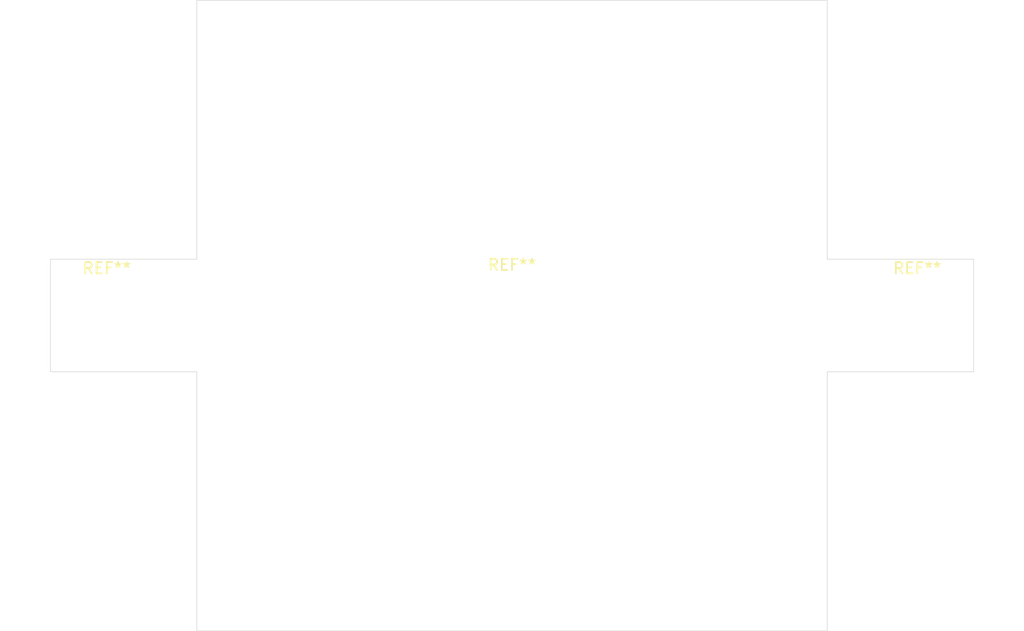
<source format=kicad_pcb>
(kicad_pcb (version 20221018) (generator pcbnew)
  (layers (0 "F.Cu" signal) (31 "B.Cu" signal) (34 "B.Paste" user) (35 "F.Paste" user) (36 "B.SilkS" user "B.Silkscreen") (37 "F.SilkS" user "F.Silkscreen") (38 "B.Mask" user) (39 "F.Mask" user) (44 "Edge.Cuts" user))
  (net 0 "")
  (footprint "ZZ_Custom_Footprints:DyeSub_MBK" (layer "F.Cu") (at 56 43)
    (fp_text reference "REF**" (at 0 -4.5 unlocked) (layer "F.SilkS"))
    (fp_text value "DyeSub_MBK")
    (pad "" np_thru_hole oval (at -2.85 0) (size 1.2 4.2) (drill oval 1.2 4.2) (layers "F&B.Cu" "*.Mask"))
    (pad "" np_thru_hole oval (at 0 -2.85) (size 4.2 1.2) (drill oval 4.2 1.2) (layers "F&B.Cu" "*.Mask"))
    (pad "" np_thru_hole circle (at 0 0) (size 2.5 2.5) (drill 2.5) (layers "F&B.Cu" "*.Mask"))
    (pad "" np_thru_hole oval (at 0 2.85) (size 4.2 1.2) (drill oval 4.2 1.2) (layers "F&B.Cu" "*.Mask"))
    (pad "" np_thru_hole oval (at 2.85 0) (size 1.2 4.2) (drill oval 1.2 4.2) (layers "F&B.Cu" "*.Mask"))
  )
  (footprint "MountingHole:MountingHole_3.2mm_M3" (layer "F.Cu") (at 20 43)
    (fp_text reference "REF**" (at 0 -4.2) (layer "F.SilkS"))
    (fp_text value "MountingHole_3.2mm_M3")
    (pad "" np_thru_hole circle (at 0 0) (size 3.2 3.2) (drill 3.2) (layers "*.Cu" "*.Mask"))
  )
  (footprint "MountingHole:MountingHole_3.2mm_M3" (layer "F.Cu") (at 92 43)
    (fp_text reference "REF**" (at 0 -4.2) (layer "F.SilkS"))
    (fp_text value "MountingHole_3.2mm_M3")
    (pad "" np_thru_hole circle (at 0 0) (size 3.2 3.2) (drill 3.2) (layers "F&B.Cu" "*.Mask"))
  )
  (gr_line (start 97 38) (end 97 48) (stroke (width 0.05)) (layer "Edge.Cuts"))
  (gr_line (start 84 15) (end 84 38) (stroke (width 0.05)) (layer "Edge.Cuts"))
  (gr_line (start 28 15) (end 84 15) (stroke (width 0.05)) (layer "Edge.Cuts"))
  (gr_line (start 15 48) (end 15 38) (stroke (width 0.05)) (layer "Edge.Cuts"))
  (gr_line (start 28 48) (end 15 48) (stroke (width 0.05)) (layer "Edge.Cuts"))
  (gr_line (start 28 38) (end 28 15) (stroke (width 0.05)) (layer "Edge.Cuts"))
  (gr_line (start 28 71) (end 28 48) (stroke (width 0.05)) (layer "Edge.Cuts"))
  (gr_line (start 84 38) (end 97 38) (stroke (width 0.05)) (layer "Edge.Cuts"))
  (gr_line (start 97 48) (end 84 48) (stroke (width 0.05)) (layer "Edge.Cuts"))
  (gr_line (start 84 48) (end 84 71) (stroke (width 0.05)) (layer "Edge.Cuts"))
  (gr_line (start 15 38) (end 28 38) (stroke (width 0.05)) (layer "Edge.Cuts"))
  (gr_line (start 84 71) (end 28 71) (stroke (width 0.05)) (layer "Edge.Cuts"))
)
</source>
